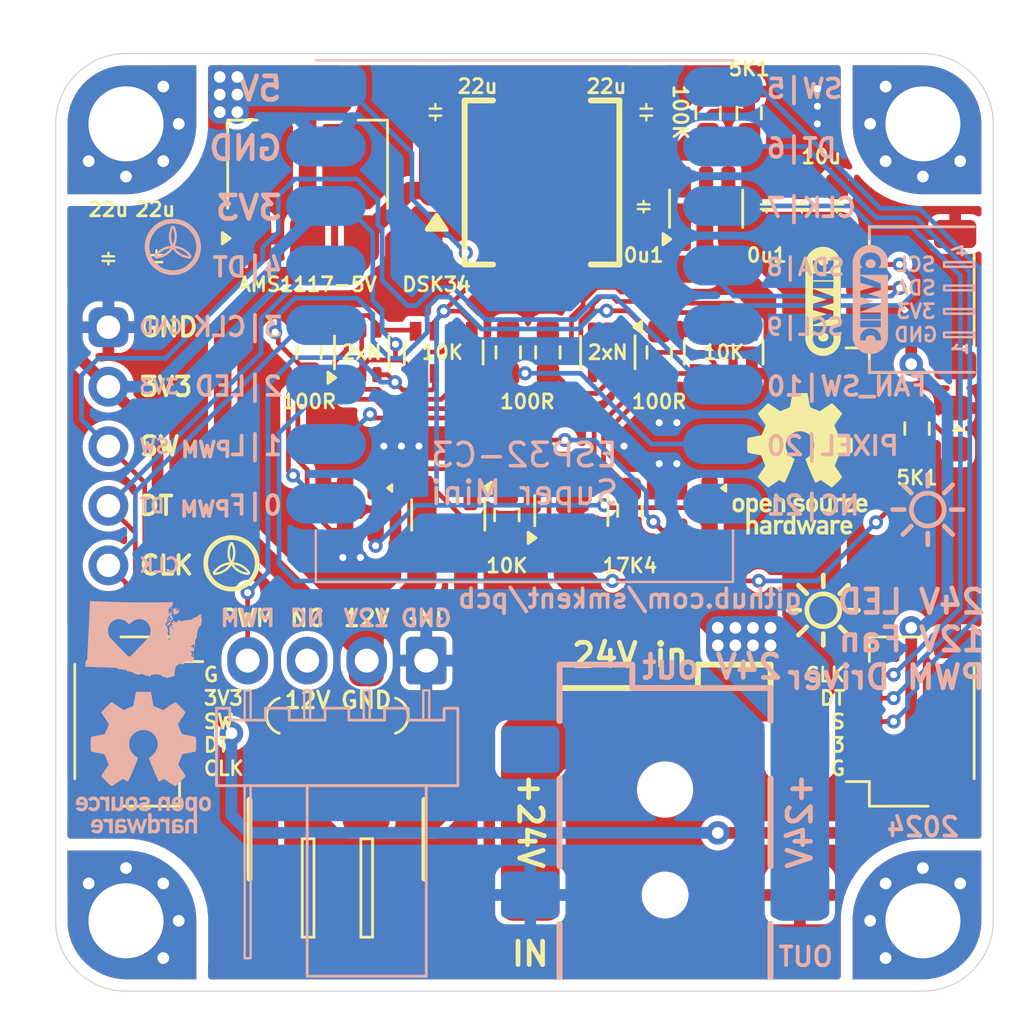
<source format=kicad_pcb>
(kicad_pcb (version 20240108) (generator "pcbnew") (generator_version "8.0")
  (layers (0 "F.Cu" signal) (31 "B.Cu" signal) (34 "B.Paste" user) (35 "F.Paste" user) (36 "B.SilkS" user "B.Silkscreen") (37 "F.SilkS" user "F.Silkscreen") (38 "B.Mask" user) (39 "F.Mask" user) (44 "Edge.Cuts" user))
  (net 0 "")
  (net 1 "+24V")
  (net 2 "GND")
  (net 4 "LIGHT_PWM")
  (net 5 "+5V")
  (net 7 "+3V3")
  (net 8 "LIGHT_OUT")
  (net 9 "/P_GATE_1")
  (net 10 "/P_GATE_2")
  (net 11 "/N_SRC_1")
  (net 12 "/N_SRC_2")
  (net 13 "LIGHT_BUTTON")
  (net 14 "LIGHT_DT")
  (net 15 "LIGHT_CLK")
  (net 16 "FAN_BUTTON")
  (net 17 "FAN_DT")
  (net 18 "FAN_CLK")
  (net 19 "Net-(LED1-A)")
  (net 20 "STATUS_LED")
  (net 21 "SCL")
  (net 22 "SDA")
  (net 23 "NEOPIXEL_DATA_5V")
  (net 24 "Net-(PIX1-DOUT)")
  (net 25 "NEOPIXEL_DATA_3V3")
  (net 26 "+12V")
  (net 28 "FAN_PWM_5V")
  (net 29 "FAN_PWM_3V3")
  (net 30 "Net-(U1-BOOT)")
  (net 32 "/SW_12V")
  (net 34 "Net-(Q1B-S)")
  (net 35 "Net-(Q1A-S)")
  (net 36 "Net-(Q2A-G)")
  (net 37 "/FB_12V")
  (net 38 "FAN_PWM_12V")
  (net 40 "Net-(Q2B-G)")
  (footprint "Package_TO_SOT_SMD:SOT-23" (layer "F.Cu") (at 102 69.5 90)
    (property "Reference" "Q3" (hide yes))
    (property "Value" "AO3401A")
  )
  (footprint "Package_TO_SOT_SMD:SOT-363_SC-70-6" (layer "F.Cu") (at 103.55625 62.75 -90)
    (property "Reference" "Q2" (hide yes))
    (property "Value" "2N7002DW")
  )
  (footprint "Resistor_SMD:R_Array_Convex_4x0603" (layer "F.Cu") (at 96.55625 62.75 90)
    (property "Reference" "RN2" (hide yes))
    (property "Value" "10K")
  )
  (footprint "custom:C_0603_1608Metric_Pad1.08x0.95mm_HandSolder" (layer "F.Cu") (at 105.086249 56.535 -90)
    (property "Reference" "C4" (hide yes))
    (property "Value" "0u1")
  )
  (footprint "Resistor_SMD:R_0603_1608Metric_Pad0.98x0.95mm_HandSolder" (layer "F.Cu") (at 107.836249 52.535 90)
    (property "Reference" "R1" (hide yes))
    (property "Value" "100K")
  )
  (footprint "custom:C_0603_1608Metric_Pad1.08x0.95mm_HandSolder" (layer "F.Cu") (at 82.25 58.75 90)
    (property "Reference" "C13" (hide yes))
    (property "Value" "22u")
  )
  (footprint "Package_TO_SOT_SMD:SOT-223-3_TabPin2" (layer "F.Cu") (at 90.75 54.75 90)
    (property "Reference" "U2" (hide yes))
    (property "Value" "AMS1117-5.0")
  )
  (footprint "mechanical:MountingHole_3.2mm_M3_Pad_Via_corner_compact" (layer "F.Cu") (at 83 53 -90)
    (property "Reference" "MH_NW" (hide yes))
    (property "Value" "MountingHole_3.2mm_M3_Pad_Via_corner_compact" (hide yes))
  )
  (footprint "custom:JST_SH_SM05B-SRSS-TB_1x05-1MP_P1.00mm_Horizontal" (layer "F.Cu") (at 83.5 78.5 -90)
    (property "Reference" "J3")
    (property "Value" "JST SH")
  )
  (footprint "custom:DC-IN_DC-050-2.0-BB_rev2" (layer "F.Cu") (at 106 83 180)
    (property "Reference" "J0" (hide yes))
    (property "Value" "Barrel_Jack_Switch")
  )
  (footprint "Symbol:OSHW-Logo_5.7x6mm_SilkScreen" (layer "F.Cu") (at 111.75 67.5)
    (property "Reference" "REF**" (hide yes))
    (property "Value" "OSHW-Logo_5.7x6mm_SilkScreen" (hide yes))
  )
  (footprint "custom:LED_0603_1608Metric_Pad1.05x0.95mm_HandSolder_simple" (layer "F.Cu") (at 118.5 66 -90)
    (property "Reference" "LED1" (hide yes))
    (property "Value" "LED_Small")
  )
  (footprint "custom:C_0603_1608Metric_Pad1.08x0.95mm_HandSolder" (layer "F.Cu") (at 113.336249 56.535 90)
    (property "Reference" "C1" (hide yes))
    (property "Value" "10u")
  )
  (footprint "custom:C_0603_1608Metric_Pad1.08x0.95mm_HandSolder" (layer "F.Cu") (at 111.836249 56.535 90)
    (property "Reference" "C2" (hide yes))
    (property "Value" "10u")
  )
  (footprint "custom:C_0805_2012Metric_Pad1.18x1.45mm_HandSolder" (layer "F.Cu") (at 105.25 52.5 90)
    (property "Reference" "C5" (hide yes))
    (property "Value" "22u")
  )
  (footprint "custom:D_SOD-123F_simple" (layer "F.Cu") (at 96.25 57.25 -90)
    (property "Reference" "D1" (hide yes))
    (property "Value" "DSK34W")
  )
  (footprint "Resistor_SMD:R_0603_1608Metric_Pad0.98x0.95mm_HandSolder" (layer "F.Cu") (at 101 62.75 90)
    (property "Reference" "R11" (hide yes))
    (property "Value" "100R")
  )
  (footprint "custom:Conn_Combo_JST-1x02-XH_PH-SMD-pad2gnd" (layer "F.Cu") (at 92 81.5)
    (property "Reference" "J4" (hide yes))
    (property "Value" "JST XH/PH")
  )
  (footprint "Resistor_SMD:R_0603_1608Metric_Pad0.98x0.95mm_HandSolder" (layer "F.Cu") (at 99.30625 62.75 -90)
    (property "Reference" "R6" (hide yes))
    (property "Value" "100R")
  )
  (footprint "Resistor_SMD:R_0603_1608Metric_Pad0.98x0.95mm_HandSolder" (layer "F.Cu") (at 116.75 66 -90)
    (property "Reference" "R0" (hide yes))
    (property "Value" "5K1")
  )
  (footprint "Package_TO_SOT_SMD:SOT-23-6" (layer "F.Cu") (at 107.751249 56.62 90)
    (property "Reference" "U1" (hide yes))
    (property "Value" "TPS54202DDCR")
  )
  (footprint "Resistor_SMD:R_0603_1608Metric_Pad0.98x0.95mm_HandSolder" (layer "F.Cu") (at 105.75 62.75 90)
    (property "Reference" "R7" (hide yes))
    (property "Value" "100R")
  )
  (footprint "Resistor_SMD:R_0603_1608Metric_Pad0.98x0.95mm_HandSolder" (layer "F.Cu") (at 99.25 69.6875 90)
    (property "Reference" "R14" (hide yes))
    (property "Value" "17K4")
  )
  (footprint "Resistor_SMD:R_0603_1608Metric_Pad0.98x0.95mm_HandSolder" (layer "F.Cu") (at 109.586249 52.535 -90)
    (property "Reference" "R2" (hide yes))
    (property "Value" "5K1")
  )
  (footprint "mechanical:MountingHole_3.2mm_M3_Pad_Via_corner_compact" (layer "F.Cu") (at 83 87)
    (property "Reference" "MH_SW" (hide yes))
    (property "Value" "MountingHole_3.2mm_M3_Pad_Via_corner_compact" (hide yes))
  )
  (footprint "mechanical:MountingHole_3.2mm_M3_Pad_Via_corner_compact" (layer "F.Cu") (at 117 87 90)
    (property "Reference" "MH_SE" (hide yes))
    (property "Value" "MountingHole_3.2mm_M3_Pad_Via_corner_compact" (hide yes))
  )
  (footprint "Resistor_SMD:R_0603_1608Metric_Pad0.98x0.95mm_HandSolder" (layer "F.Cu") (at 104.5 69.5 90)
    (property "Reference" "R12" (hide yes))
    (property "Value" "17K4")
  )
  (footprint "Resistor_SMD:R_Array_Convex_4x0603" (layer "F.Cu") (at 108.5 62.75 90)
    (property "Reference" "RN1" (hide yes))
    (property "Value" "10K")
  )
  (footprint "custom:JST_SH_SM05B-SRSS-TB_1x05-1MP_P1.00mm_Horizontal" (layer "F.Cu") (at 116.5 78.5 90)
    (property "Reference" "J2")
    (property "Value" "JST SH")
  )
  (footprint "Package_TO_SOT_SMD:SOT-363_SC-70-6" (layer "F.Cu") (at 93.05625 62.75 90)
    (property "Reference" "Q1" (hide yes))
    (property "Value" "2N7002DW")
  )
  (footprint "custom:C_0603_1608Metric_Pad1.08x0.95mm_HandSolder" (layer "F.Cu") (at 110.336249 56.535 90)
    (property "Reference" "C3" (hide yes))
    (property "Value" "0u1")
  )
  (footprint "Package_TO_SOT_SMD:SOT-23" (layer "F.Cu") (at 96.75 69.6875 -90)
    (property "Reference" "Q4" (hide yes))
    (property "Value" "AO3401A")
  )
  (footprint "Resistor_SMD:R_0603_1608Metric_Pad0.98x0.95mm_HandSolder" (layer "F.Cu") (at 90.80625 62.75 -90)
    (property "Reference" "R5" (hide yes))
    (property "Value" "100R")
  )
  (footprint "custom:C_0805_2012Metric_Pad1.18x1.45mm_HandSolder" (layer "F.Cu") (at 84.25 58.75 -90)
    (property "Reference" "C8" (hide yes))
    (property "Value" "22u")
  )
  (footprint "lcsc:LED-SMD_4P-L2.0-W2.0-BR-1" (layer "F.Cu") (at 93 69.4375 90)
    (property "Reference" "PIX1")
    (property "Value" "WS2812B-2020")
  )
  (footprint "custom:C_0805_2012Metric_Pad1.18x1.45mm_HandSolder" (layer "F.Cu") (at 96.25 52.5 90)
    (property "Reference" "C6" (hide yes))
    (property "Value" "22u")
  )
  (footprint "mechanical:MountingHole_3.2mm_M3_Pad_Via_corner_compact" (layer "F.Cu") (at 117 53 180)
    (property "Reference" "MH_NE" (hide yes))
    (property "Value" "MountingHole_3.2mm_M3_Pad_Via_corner_compact" (hide yes))
  )
  (footprint "lcsc:IND-SMD_L7.0-W6.6" (layer "F.Cu") (at 100.75 55.5 90)
    (property "Reference" "L1" (hide yes))
    (property "Value" "22u")
  )
  (footprint "connectors:Qwiic-SMD-horizontal-logo-bottom-pinout" (layer "F.Cu") (at 116.5 60.5 90)
    (property "Reference" "J5" (hide yes))
    (property "Value" "Qwiic")
  )
  (footprint "lcsc:LED-SMD_4P-L2.0-W2.0-BR-1" (layer "F.Cu") (at 107.25 69.4375 90)
    (property "Reference" "PIX2")
    (property "Value" "WS2812B-2020")
  )
  (footprint "custom:PinHeader_1x05_P2.54mm_Vertical_simple_pad1gnd" (layer "B.Cu") (at 82.25 61.675 180)
    (property "Reference" "J6" (hide yes))
    (property "Value" "Pin headers")
  )
  (footprint "aliexpress:ESP32-C3-Super-Mini-Castellated-SMD-only" (layer "B.Cu") (at 100 59.0435 180)
    (property "Reference" "SM1" (hide yes))
    (property "Value" "~")
  )
  (footprint "graphics:wa-state-heart-5mm" (layer "B.Cu") (at 83.75 75 180)
    (property "Reference" "G***" (hide yes))
    (property "Value" "LOGO" (hide yes))
  )
  (footprint "connectors:FanPinHeader_1x04_P2.54mm_Horizontal" (layer "B.Cu") (at 95.81 75.899 180)
    (property "Reference" "M1" (hide yes))
    (property "Value" "KF2510")
  )
  (footprint "Symbol:OSHW-Logo_5.7x6mm_SilkScreen" (layer "B.Cu") (at 83.75 80.25 180)
    (property "Reference" "REF**" (hide yes))
    (property "Value" "OSHW-Logo_5.7x6mm_SilkScreen" (hide yes))
  )
  (footprint "custom:DC-IN_DC-050-2.0-BB_rev2" (layer "B.Cu") (at 106 83)
    (property "Reference" "J1" (hide yes))
    (property "Value" "Barrel_Jack_Switch")
  )
  (gr_line (start 118.267766 70.517767) (end 117.914213 70.164213) (stroke (width 0.2)) (layer "B.SilkS"))
  (gr_arc (start 85.027389 57.399788) (mid 85.000001 58.250001) (end 84.27739 58.698825) (stroke (width 0.1)) (layer "B.SilkS"))
  (gr_arc (start 84.250001 58.651387) (mid 85 58.249999) (end 85.75 58.651386) (stroke (width 0.1)) (layer "B.SilkS"))
  (gr_line (start 117.207107 70.457107) (end 117.207107 70.957107) (stroke (width 0.2)) (layer "B.SilkS"))
  (gr_line (start 117.207107 67.957107) (end 117.207107 68.457107) (stroke (width 0.2)) (layer "B.SilkS"))
  (gr_circle (center 117.207107 69.457107) (end 116.507107 69.457107) (stroke (width 0.2)) (fill none) (layer "B.SilkS"))
  (gr_line (start 117.914214 68.749999) (end 118.267766 68.396447) (stroke (width 0.2)) (layer "B.SilkS"))
  (gr_line (start 118.707106 69.457107) (end 118.207107 69.457107) (stroke (width 0.2)) (layer "B.SilkS"))
  (gr_line (start 116.146447 70.517766) (end 116.5 70.164213) (stroke (width 0.2)) (layer "B.SilkS"))
  (gr_circle (center 85 58.25) (end 83.9 58.25) (stroke (width 0.2)) (fill none) (layer "B.SilkS"))
  (gr_line (start 116.207106 69.457107) (end 115.707107 69.457107) (stroke (width 0.2)) (layer "B.SilkS"))
  (gr_line (start 116.5 68.75) (end 116.146446 68.396447) (stroke (width 0.2)) (layer "B.SilkS"))
  (gr_arc (start 85.72261 58.698825) (mid 84.999999 58.25) (end 84.972612 57.399788) (stroke (width 0.1)) (layer "B.SilkS"))
  (gr_line (start 111.250001 73.75) (end 111.75 73.75) (stroke (width 0.2)) (layer "F.SilkS"))
  (gr_circle (center 87.5 71.75) (end 88.6 71.75) (stroke (width 0.2)) (fill none) (layer "F.SilkS"))
  (gr_circle (center 112.75 73.75) (end 113.45 73.75) (stroke (width 0.2)) (fill none) (layer "F.SilkS"))
  (gr_arc (start 86.75 72.151386) (mid 87.5 71.749999) (end 88.249999 72.151387) (stroke (width 0.1)) (layer "F.SilkS"))
  (gr_arc (start 89.540569 79) (mid 89 78.25) (end 89.540569 77.5) (stroke (width 0.12)) (layer "F.SilkS"))
  (gr_arc (start 87.527388 70.899788) (mid 87.5 71.749999) (end 86.77739 72.198825) (stroke (width 0.1)) (layer "F.SilkS"))
  (gr_arc (start 94.5 77.5) (mid 95.040569 78.25) (end 94.5 79) (stroke (width 0.12)) (layer "F.SilkS"))
  (gr_arc (start 88.22261 72.198825) (mid 87.5 71.75) (end 87.472611 70.899788) (stroke (width 0.1)) (layer "F.SilkS"))
  (gr_line (start 113.750001 73.75) (end 114.25 73.75) (stroke (width 0.2)) (layer "F.SilkS"))
  (gr_line (start 111.689341 74.81066) (end 112.042894 74.457106) (stroke (width 0.2)) (layer "F.SilkS"))
  (gr_line (start 112.042893 73.042892) (end 111.689341 72.68934) (stroke (width 0.2)) (layer "F.SilkS"))
  (gr_line (start 112.75 72.25) (end 112.75 72.75) (stroke (width 0.2)) (layer "F.SilkS"))
  (gr_line (start 113.81066 74.810659) (end 113.457107 74.457106) (stroke (width 0.2)) (layer "F.SilkS"))
  (gr_line (start 112.75 74.75) (end 112.75 75.25) (stroke (width 0.2)) (layer "F.SilkS"))
  (gr_line (start 113.457107 73.042893) (end 113.810661 72.68934) (stroke (width 0.2)) (layer "F.SilkS"))
  (gr_poly (pts (arc (start 117 90) (mid 119.12132 89.12132) (end 120 87)) (arc (start 120 53) (mid 119.12132 50.87868) (end 117 50)) (arc (start 83 50) (mid 80.87868 50.87868) (end 80 53)) (arc (start 80 87) (mid 80.87868 89.12132) (end 83 90))) (stroke (width 0.05)) (fill none) (layer "Edge.Cuts"))
  (gr_text "2|LED" (at 89.75 64.2 0) (layer "B.SilkS") (effects (font (size 0.8 0.8) (thickness 0.16) (bold yes)) (justify left mirror)))
  (gr_text "GND" (at 89.75 54.04 0) (layer "B.SilkS") (effects (font (size 1 1) (thickness 0.2) (bold yes)) (justify left mirror)))
  (gr_text "CLK|7" (at 110.25 56.58 0) (layer "B.SilkS") (effects (font (size 0.8 0.8) (thickness 0.16) (bold yes)) (justify right mirror)))
  (gr_text "24V out" (at 108 76.75 0) (layer "B.SilkS") (effects (font (size 1 1) (thickness 0.2) (bold yes)) (justify bottom mirror)))
  (gr_text "5V" (at 89.75 51.5 0) (layer "B.SilkS") (effects (font (size 1 1) (thickness 0.2) (bold yes)) (justify left mirror)))
  (gr_text "3|CLK" (at 89.75 61.66 0) (layer "B.SilkS") (effects (font (size 0.8 0.8) (thickness 0.16) (bold yes)) (justify left mirror)))
  (gr_text "SW" (at 83.5 66.755 0) (layer "B.SilkS") (effects (font (size 0.6 0.6) (thickness 0.12) (bold yes)) (justify right mirror)))
  (gr_text "24V LED\n12V Fan\nPWM Driver" (at 119.75 75 0) (layer "B.SilkS") (effects (font (size 1 1) (thickness 0.2) (bold yes)) (justify left mirror)))
  (gr_text "PWM" (at 88.19 74.5 0) (layer "B.SilkS") (effects (font (size 0.7 0.7) (thickness 0.14) (bold yes)) (justify bottom mirror)))
  (gr_text "4|DT" (at 89.75 59.12 0) (layer "B.SilkS") (effects (font (size 0.8 0.8) (thickness 0.16) (bold yes)) (justify left mirror)))
  (gr_text "SW|5" (at 110.25 51.5 0) (layer "B.SilkS") (effects (font (size 0.8 0.8) (thickness 0.16) (bold yes)) (justify right mirror)))
  (gr_text "PIXEL|20" (at 110.25 66.74 0) (layer "B.SilkS") (effects (font (size 0.8 0.8) (thickness 0.16) (bold yes)) (justify right mirror)))
  (gr_text "DT|6" (at 110.25 54.04 0) (layer "B.SilkS") (effects (font (size 0.8 0.8) (thickness 0.16) (bold yes)) (justify right mirror)))
  (gr_text "SCL|9" (at 110.25 61.66 0) (layer "B.SilkS") (effects (font (size 0.7 0.7) (thickness 0.14) (bold yes)) (justify right mirror)))
  (gr_text "1|L_{PWM}" (at 89.75 66.74 0) (layer "B.SilkS") (effects (font (size 0.8 0.8) (thickness 0.16) (bold yes)) (justify left mirror)))
  (gr_text "GND" (at 83.5 61.675 0) (layer "B.SilkS") (effects (font (size 0.6 0.6) (thickness 0.12) (bold yes)) (justify right mirror)))
  (gr_text "DT" (at 83.5 69.295 0) (layer "B.SilkS") (effects (font (size 0.6 0.6) (thickness 0.12) (bold yes)) (justify right mirror)))
  (gr_text "SDA|8" (at 110.25 59.12 0) (layer "B.SilkS") (effects (font (size 0.7 0.7) (thickness 0.14) (bold yes)) (justify right mirror)))
  (gr_text "0|F_{PWM}" (at 89.75 69.28 0) (layer "B.SilkS") (effects (font (size 0.8 0.8) (thickness 0.16) (bold yes)) (justify left mirror)))
  (gr_text "3V3" (at 83.5 64.215 0) (layer "B.SilkS") (effects (font (size 0.6 0.6) (thickness 0.12) (bold yes)) (justify right mirror)))
  (gr_text "12V" (at 93.27 74.5 0) (layer "B.SilkS") (effects (font (size 0.7 0.7) (thickness 0.14) (bold yes)) (justify bottom mirror)))
  (gr_text "OUT" (at 112 89 0) (layer "B.SilkS") (effects (font (size 0.8 0.8) (thickness 0.16) (bold yes)) (justify bottom mirror)))
  (gr_text "FAN_SW|10" (at 110.25 64.2 0) (layer "B.SilkS") (effects (font (size 0.8 0.8) (thickness 0.16) (bold yes)) (justify right mirror)))
  (gr_text "CLK" (at 83.5 71.835 0) (layer "B.SilkS") (effects (font (size 0.6 0.6) (thickness 0.12) (bold yes)) (justify right mirror)))
  (gr_text "NC" (at 90.73 74.5 0) (layer "B.SilkS") (effects (font (size 0.7 0.7) (thickness 0.14) (bold yes)) (justify bottom mirror)))
  (gr_text "GND" (at 95.81 74.5 0) (layer "B.SilkS") (effects (font (size 0.7 0.7) (thickness 0.14) (bold yes)) (justify bottom mirror)))
  (gr_text "2024" (at 117 83 0) (layer "B.SilkS") (effects (font (size 0.8 0.8) (thickness 0.16) (bold yes)) (justify mirror)))
  (gr_text "+24V" (at 111.75 82.75 90) (layer "B.SilkS") (effects (font (size 1 1) (thickness 0.2) (bold yes)) (justify mirror)))
  (gr_text "3V3" (at 89.75 56.58 0) (layer "B.SilkS") (effects (font (size 1 1) (thickness 0.2) (bold yes)) (justify left mirror)))
  (gr_text "github.com/smkent/pcb" (at 104.5 73.25 0) (layer "B.SilkS") (effects (font (size 0.8 0.8) (thickness 0.16) (bold yes)) (justify mirror)))
  (gr_text "NC|21" (at 110.25 69.28 0) (layer "B.SilkS") (effects (font (size 0.8 0.8) (thickness 0.16) (bold yes)) (justify right mirror)))
  (gr_text "PWM" (at 88.19 74.5 0) (layer "F.SilkS") (effects (font (size 0.7 0.7) (thickness 0.14) (bold yes)) (justify bottom)))
  (gr_text "3" (at 113.75 79.5 0) (layer "F.SilkS") (effects (font (size 0.6 0.6) (thickness 0.12) (bold yes)) (justify right)))
  (gr_text "3V3" (at 83.5 64.215 0) (layer "F.SilkS") (effects (font (size 0.8 0.8) (thickness 0.16) (bold yes)) (justify left)))
  (gr_text "GND" (at 95.81 74.5 0) (layer "F.SilkS") (effects (font (size 0.7 0.7) (thickness 0.14) (bold yes)) (justify bottom)))
  (gr_text "AMS1117-5V" (at 90.75 59.5 0) (layer "F.SilkS") (effects (font (size 0.6 0.6) (thickness 0.12) (bold yes)) (justify top)))
  (gr_text "10u" (at 112.663751 54.75 0) (layer "F.SilkS") (effects (font (size 0.6 0.6) (thickness 0.12) (bold yes)) (justify bottom)))
  (gr_text "0u1" (at 110.336249 58.25 0) (layer "F.SilkS") (effects (font (size 0.6 0.6) (thickness 0.12) (bold yes)) (justify top)))
  (gr_text "12V" (at 93.27 74.5 0) (layer "F.SilkS") (effects (font (size 0.7 0.7) (thickness 0.14) (bold yes)) (justify bottom)))
  (gr_text "GND" (at 83.5 61.675 0) (layer "F.SilkS") (effects (font (size 0.8 0.8) (thickness 0.16) (bold yes)) (justify left)))
  (gr_text "2xN" (at 93.05625 62.75 0) (layer "F.SilkS") (effects (font (size 0.6 0.6) (thickness 0.12) (bold yes))))
  (gr_text "100R" (at 90.80625 64.5 0) (layer "F.SilkS") (effects (font (size 0.6 0.6) (thickness 0.12) (bold yes)) (justify top)))
  (gr_text "G" (at 86.25 76.5 0) (layer "F.SilkS") (effects (font (size 0.6 0.6) (thickness 0.12) (bold yes)) (justify left)))
  (gr_text "CLK" (at 86.25 80.5 0) (layer "F.SilkS") (effects (font (size 0.6 0.6) (thickness 0.12) (bold yes)) (justify left)))
  (gr_text "SW" (at 83.5 66.755 0) (layer "F.SilkS") (effects (font (size 0.8 0.8) (thickness 0.16) (bold yes)) (justify left)))
  (gr_text "S" (at 113.75 78.5 0) (layer "F.SilkS") (effects (font (size 0.6 0.6) (thickness 0.12) (bold yes)) (justify right)))
  (gr_text "DSK34" (at 96.25 59.5 0) (layer "F.SilkS") (effects (font (size 0.6 0.6) (thickness 0.12) (bold yes)) (justify top)))
  (gr_text "10K" (at 99.25 71.5 0) (layer "F.SilkS") (effects (font (size 0.6 0.6) (thickness 0.12) (bold yes)) (justify top)))
  (gr_text "17K4" (at 104.5 71.5 0) (layer "F.SilkS") (effects (font (size 0.6 0.6) (thickness 0.12) (bold yes)) (justify top)))
  (gr_text "+24V" (at 100.25 82.75 -90) (layer "F.SilkS") (effects (font (size 1 1) (thickness 0.2) (bold yes))))
  (gr_text "100R" (at 105.75 64.5 0) (layer "F.SilkS") (effects (font (size 0.6 0.6) (thickness 0.12) (bold yes)) (justify top)))
  (gr_text "GND" (at 93.25 78 0) (layer "F.SilkS") (effects (font (size 0.7 0.7) (thickness 0.14) (bold yes)) (justify bottom)))
  (gr_text "24V in" (at 104.5 76.25 0) (layer "F.SilkS") (effects (font (size 1 1) (thickness 0.2) (bold yes)) (justify bottom)))
  (gr_text "100R" (at 100.125 64.5 0) (layer "F.SilkS") (effects (font (size 0.6 0.6) (thickness 0.12) (bold yes)) (justify top)))
  (gr_text "10K" (at 108.5 62.75 0) (layer "F.SilkS") (effects (font (size 0.6 0.6) (thickness 0.12) (bold yes))))
  (gr_text "DT" (at 113.75 77.5 0) (layer "F.SilkS") (effects (font (size 0.6 0.6) (thickness 0.12) (bold yes)) (justify right)))
  (gr_text "CLK" (at 83.5 71.835 0) (layer "F.SilkS") (effects (font (size 0.8 0.8) (thickness 0.16) (bold yes)) (justify left)))
  (gr_text "SW" (at 86.25 78.5 0) (layer "F.SilkS") (effects (font (size 0.6 0.6) (thickness 0.12) (bold yes)) (justify left)))
  (gr_text "22u" (at 98 51.75 0) (layer "F.SilkS") (effects (font (size 0.6 0.6) (thickness 0.12) (bold yes)) (justify bottom)))
  (gr_text "10K" (at 96.5 62.75 0) (layer "F.SilkS") (effects (font (size 0.6 0.6) (thickness 0.12) (bold yes))))
  (gr_text "3V3" (at 86.25 77.5 0) (layer "F.SilkS") (effects (font (size 0.6 0.6) (thickness 0.12) (bold yes)) (justify left)))
  (gr_text "CLK" (at 113.75 76.5 0) (layer "F.SilkS") (effects (font (size 0.6 0.6) (thickness 0.12) (bold yes)) (justify right)))
  (gr_text "G" (at 113.75 80.5 0) (layer "F.SilkS") (effects (font (size 0.6 0.6) (thickness 0.12) (bold yes)) (justify right)))
  (gr_text "100K" (at 107 52.5 -90) (layer "F.SilkS") (effects (font (size 0.6 0.6) (thickness 0.12) (bold yes)) (justify top)))
  (gr_text "0u1" (at 105.086249 58.25 0) (layer "F.SilkS") (effects (font (size 0.6 0.6) (thickness 0.12) (bold yes)) (justify top)))
  (gr_text "22u" (at 84.25 57 0) (layer "F.SilkS") (effects (font (size 0.6 0.6) (thickness 0.12) (bold yes)) (justify bottom)))
  (gr_text "IN" (at 100.25 89 0) (layer "F.SilkS") (effects (font (size 1 1) (thickness 0.2) (bold yes)) (justify bottom)))
  (gr_text "DT" (at 83.5 69.295 0) (layer "F.SilkS") (effects (font (size 0.8 0.8) (thickness 0.16) (bold yes)) (justify left)))
  (gr_text "12V" (at 90.75 78 0) (layer "F.SilkS") (effects (font (size 0.7 0.7) (thickness 0.14) (bold yes)) (justify bottom)))
  (gr_text "2xN" (at 103.55625 62.75 0) (layer "F.SilkS") (effects (font (size 0.6 0.6) (thickness 0.12) (bold yes))))
  (gr_text "5K1" (at 109.586249 51 0) (layer "F.SilkS") (effects (font (size 0.6 0.6) (thickness 0.12) (bold yes)) (justify bottom)))
  (gr_text "5K1" (at 116.75 67.75 0) (layer "F.SilkS") (effects (font (size 0.6 0.6) (thickness 0.12) (bold yes)) (justify top)))
  (gr_text "DT" (at 86.25 79.5 0) (layer "F.SilkS") (effects (font (size 0.6 0.6) (thickness 0.12) (bold yes)) (justify left)))
  (gr_text "NC" (at 90.73 74.5 0) (layer "F.SilkS") (effects (font (size 0.7 0.7) (thickness 0.14) (bold yes)) (justify bottom)))
  (gr_text "22u" (at 82.25 57 0) (layer "F.SilkS") (effects (font (size 0.6 0.6) (thickness 0.12) (bold yes)) (justify bottom)))
  (gr_text "22u" (at 103.5 51.75 0) (layer "F.SilkS") (effects (font (size 0.6 0.6) (thickness 0.12) (bold yes)) (justify bottom)))
  (segment (start 118.5 63.425) (end 118.375 63.3) (width 0.2) (layer "F.Cu") (net 2))
  (segment (start 109.408749 56.6) (end 110.336249 55.6725) (width 0.5) (layer "F.Cu") (net 2))
  (segment (start 106.801249 57.97) (end 106.801249 57.190001) (width 0.5) (layer "F.Cu") (net 2))
  (segment (start 118.5 65.125) (end 118.5 63.425) (width 0.2) (layer "F.Cu") (net 2))
  (segment (start 105.55336 56.509611) (end 105.552971 56.51) (width 0.2) (layer "F.Cu") (net 2))
  (segment (start 106.801249 57.190001) (end 107.39125 56.6) (width 0.5) (layer "F.Cu") (net 2))
  (segment (start 107.39125 56.6) (end 109.408749 56.6) (width 0.5) (layer "F.Cu") (net 2))
  (segment (start 105.552971 56.51) (end 103.76 56.51) (width 0.2) (layer "F.Cu") (net 2))
  (segment (start 106.801249 57.7575) (end 105.55336 56.509611) (width 0.2) (layer "F.Cu") (net 2))
  (via (at 94.75 66.75) (size 0.6) (drill 0.3) (layers "F.Cu" "B.Cu") (net 2))
  (via (at 112.5 53) (size 0.6) (drill 0.3) (layers "F.Cu" "B.Cu") (net 2))
  (via (at 104.25 66.75) (size 0.6) (drill 0.3) (layers "F.Cu" "B.Cu") (net 2))
  (via (at 92.25 71.5) (size 0.6) (drill 0.3) (layers "F.Cu" "B.Cu") (net 2))
  (via (at 112.5 51.5) (size 0.6) (drill 0.3) (layers "F.Cu" "B.Cu") (net 2))
  (via (at 93 71.5) (size 0.6) (drill 0.3) (layers "F.Cu" "B.Cu") (net 2))
  (via (at 95.5 66.75) (size 0.6) (drill 0.3) (layers "F.Cu" "B.Cu") (net 2))
  (via (at 105.75 67.5) (size 0.6) (drill 0.3) (layers "F.Cu" "B.Cu") (net 2))
  (via (at 112.5 52.25) (size 0.6) (drill 0.3) (layers "F.Cu" "B.Cu") (net 2))
  (via (at 106.5 65.75) (size 0.6) (drill 0.3) (layers "F.Cu" "B.Cu") (net 2))
  (via (at 105.75 65.75) (size 0.6) (drill 0.3) (layers "F.Cu" "B.Cu") (net 2))
  (via (at 94 66.75) (size 0.6) (drill 0.3) (layers "F.Cu" "B.Cu") (net 2))
  (via (at 106.5 67.5) (size 0.6) (drill 0.3) (layers "F.Cu" "B.Cu") (net 2))
  (segment (start 99.9625 62.875) (end 101 61.8375) (width 0.2) (layer "F.Cu") (net 4))
  (segment (start 93.57635 65.55) (end 97.10625 65.55) (width 0.2) (layer "F.Cu") (net 4))
  (segment (start 98.30625 63.403186) (end 98.834436 62.875) (width 0.2) (layer "F.Cu") (net 4))
  (segment (start 97.10625 65.55) (end 98.30625 64.35) (width 0.2) (layer "F.Cu") (net 4))
  (segment (start 98.834436 62.875) (end 99.9625 62.875) (width 0.2) (layer "F.Cu") (net 4))
  (segment (start 93.412615 65.386265) (end 93.57635 65.55) (width 0.2) (layer "F.Cu") (net 4))
  (segment (start 98.30625 64.35) (end 98.30625 63.403186) (width 0.2) (layer "F.Cu") (net 4))
  (via (at 93.412615 65.386265) (size 0.6) (drill 0.3) (layers "F.Cu" "B.Cu") (net 4))
  (segment (start 92.38 66.41888) (end 92.38 66.6635) (width 0.2) (layer "B.Cu") (net 4))
  (segment (start 93.412615 65.386265) (end 92.38 66.41888) (width 0.2) (layer "B.Cu") (net 4))
  (segment (start 84.25 56.88) (end 84.603924 56.88) (width 0.75) (layer "F.Cu") (net 5))
  (segment (start 84.603924 56.88) (end 86.88 54.603924) (width 0.75) (layer "F.Cu") (net 5))
  (segment (start 86.88 54.603924) (end 86.88 51.62) (width 0.75) (layer "F.Cu") (net 5))
  (segment (start 96.558213 60.99089) (end 97.29714 60.99089) (width 0.2) (layer "F.Cu") (net 5))
  (segment (start 96.45625 60.823033) (end 96.45625 60.888927) (width 0.2) (layer "F.Cu") (net 5))
  (segment (start 103.505198 69.375) (end 103.402416 69.272218) (width 0.2) (layer "F.Cu") (net 5))
  (segment (start 86.88 51.62) (end 87.5 51) (width 0.75) (layer "F.Cu") (net 5))
  (segment (start 96.15625 61.85) (end 96.15625 61.45) (width 0.2) (layer "F.Cu") (net 5))
  (segment (start 97.29714 60.99089) (end 97.75625 61.45) (width 0.2) (layer "F.Cu") (net 5))
  (segment (start 96.45625 61.15) (end 96.45625 60.823033) (width 0.2) (layer "F.Cu") (net 5))
  (segment (start 97.75625 61.45) (end 97.75625 61.85) (width 0.2) (layer "F.Cu") (net 5))
  (segment (start 96.45625 60.888927) (end 96.558213 60.99089) (width 0.2) (layer "F.Cu") (net 5))
  (segment (start 97.5 60.049103) (end 96.558213 60.99089) (width 0.2) (layer "F.Cu") (net 5))
  (segment (start 84.25 57.7125) (end 84.25 56.88) (width 0.75) (layer "F.Cu") (net 5))
  (segment (start 93.65 71) (end 93.65 70.3375) (width 0.2) (layer "F.Cu") (net 5))
  (segment (start 96.15625 61.45) (end 96.45625 61.15) (width 0.2) (layer "F.Cu") (net 5))
  (segment (start 90.75 57.9) (end 90.75 51.6) (width 0.75) (layer "F.Cu") (net 5))
  (segment (start 106.9375 69.375) (end 103.505198 69.375) (width 0.2) (layer "F.Cu") (net 5))
  (segment (start 97.5 58.5) (end 97.5 60.049103) (width 0.2) (layer "F.Cu") (net 5))
  (segment (start 107.9 70.3375) (end 106.9375 69.375) (width 0.2) (layer "F.Cu") (net 5))
  (via (at 87 52.5) (size 1) (drill 0.5) (layers "F.Cu" "B.Cu") (net 5))
  (via (at 87 51) (size 1) (drill 0.5) (layers "F.Cu" "B.Cu") (net 5))
  (via (at 93.65 71) (size 0.6) (drill 0.3) (layers "F.Cu" "B.Cu") (net 5))
  (via (at 96.558213 60.99089) (size 0.6) (drill 0.3) (layers "F.Cu" "B.Cu") (net 5))
  (via (at 103.402416 69.272218) (size 0.6) (drill 0.3) (layers "F.Cu" "B.Cu") (net 5))
  (via (at 87 51.75) (size 1) (drill 0.5) (layers "F.Cu" "B.Cu") (net 5))
  (via (at 87.75 51) (size 1) (drill 0.5) (layers "F.Cu" "B.Cu") (net 5))
  (via (at 87.75 51.75) (size 1) (drill 0.5) (layers "F.Cu" "B.Cu") (net 5))
  (via (at 97.5 58.5) (size 0.6) (drill 0.3) (layers "F.Cu" "B.Cu") (net 5))
  (via (at 87.75 52.5) (size 1) (drill 0.5) (layers "F.Cu" "B.Cu") (net 5))
  (segment (start 96.67369 69.272218) (end 103.402416 69.272218) (width 0.2) (layer "B.Cu") (net 5))
  (segment (start 96.358398 61.222239) (end 96.25 61.330637) (width 0.2) (layer "B.Cu") (net 5))
  (segment (start 96.67369 69.272218) (end 95.377782 69.272218) (width 0.2) (layer "B.Cu") (net 5))
  (segment (start 95.2 56.2) (end 95.2 54.2435) (width 0.2) (layer "B.Cu") (net 5))
  (segment (start 97.5 58.5) (end 95.2 56.2) (width 0.2) (layer "B.Cu") (net 5))
  (segment (start 96.25 61.330637) (end 96.25 69.272218) (width 0.2) (layer "B.Cu") (net 5))
  (segment (start 95.377782 69.272218) (end 93.65 71) (width 0.2) (layer "B.Cu") (net 5))
  (segment (start 95.2 54.2435) (end 92.38 51.4235) (width 0.2) (layer "B.Cu") (net 5))
  (segment (start 96.358398 61.190705) (end 96.358398 61.222239) (width 0.2) (layer "B.Cu") (net 5))
  (segment (start 96.25 69.272218) (end 96.67369 69.272218) (width 0.2) (layer "B.Cu") (net 5))
  (segment (start 96.558213 60.99089) (end 96.358398 61.190705) (width 0.2) (layer "B.Cu") (net 5))
  (segment (start 81.8875 59.6125) (end 82.25 59.6125) (width 0.5) (layer "F.Cu") (net 7))
  (segment (start 93.05625 63.7) (end 93.05625 61.8) (width 0.2) (layer "F.Cu") (net 7))
  (segment (start 94.78125 63.075) (end 93.356251 63.075) (width 0.2) (layer "F.Cu") (net 7))
  (segment (start 116.5 63.25) (end 116.5 61.75) (width 0.5) (layer "F.Cu") (net 7))
  (segment (start 94.5 63.075) (end 94.78125 63.075) (width 0.2) (layer "F.Cu") (net 7))
  (segment (start 93.05625 63.375001) (end 93.05625 63.7) (width 0.2) (layer "F.Cu") (net 7))
  (segment (start 80.75 60.75) (end 81.8875 59.6125) (width 0.5) (layer "F.Cu") (net 7))
  (segment (start 116.5 80) (end 116 79.5) (width 0.5) (layer "F.Cu") (net 7))
  (segment (start 84.35 76.022316) (end 84.35 66.315) (width 0.5) (layer "F.Cu") (net 7))
  (segment (start 95.35625 63.05) (end 95.671741 62.734509) (width 0.2) (layer "F.Cu") (net 7))
  (segment (start 108.25 83.25) (end 114.25 83.25) (width 0.5) (layer "F.Cu") (net 7))
  (segment (start 116 79.5) (end 116.5 79) (width 0.5) (layer "F.Cu") (net 7))
  (segment (start 94.5 62.4) (end 94.5 63.075) (width 0.2) (layer "F.Cu") (net 7))
  (segment (start 85.5 77.5) (end 84.725001 77.5) (width 0.5) (layer "F.Cu") (net 7))
  (segment (start 84.175 76.197316) (end 84.35 76.022316) (width 0.5) (layer "F.Cu") (net 7))
  (segment (start 116 79.5) (end 114.5 79.5) (width 0.5) (layer "F.Cu") (net 7))
  (segment (start 84.725001 77.5) (end 84.175 76.949999) (width 0.5) (layer "F.Cu") (net 7))
  (segment (start 93.356251 63.075) (end 93.05625 63.375001) (width 0.2) (layer "F.Cu") (net 7))
  (segment (start 84.175 76.949999) (end 84.175 76.197316) (width 0.5) (layer "F.Cu") (net 7))
  (segment (start 96.95625 62.258011) (end 96.95625 61.85) (width 0.2) (layer "F.Cu") (net 7))
  (segment (start 95.35625 63.65) (end 95.35625 63.05) (width 0.2) (layer "F.Cu") (net 7))
  (segment (start 116.5 81) (end 116.5 80) (width 0.5) (layer "F.Cu") (net 7))
  (segment (start 86.127684 77.5) (end 85.5 77.5) (width 0.5) (layer "F.Cu") (net 7))
  (segment (start 116.5 61.75) (end 115.75 61) (width 0.5) (layer "F.Cu") (net 7))
  (segment (start 87.5 78.872316) (end 86.127684 77.5) (width 0.5) (layer "F.Cu") (net 7))
  (segment (start 95.671741 62.734509) (end 96.479752 62.734509) (width 0.2) (layer "F.Cu") (net 7))
  (segment (start 115.75 61) (end 114.5 61) (width 0.5) (layer "F.Cu") (net 7))
  (segment (start 114.25 83.25) (end 116.5 81) (width 0.5) (layer "F.Cu") (net 7))
  (segment (start 84.35 66.315) (end 82.25 64.215) (width 0.5) (layer "F.Cu") (net 7))
  (segment (start 116.5 79) (end 116.5 74.5) (width 0.5) (layer "F.Cu") (net 7))
  (segment (start 80.75 62.715) (end 80.75 60.75) (width 0.5) (layer "F.Cu") (net 7))
  (segment (start 87.5 79) (end 87.5 78.872316) (width 0.5) (layer "F.Cu") (net 7))
  (segment (start 82.25 64.215) (end 80.75 62.715) (width 0.5) (layer "F.Cu") (net 7))
  (segment (start 96.479752 62.734509) (end 96.95625 62.258011) (width 0.2) (layer "F.Cu") (net 7))
  (segment (start 95.35625 63.65) (end 94.78125 63.075) (width 0.2) (layer "F.Cu") (net 7))
  (via (at 116.5 74.5) (size 1) (drill 0.5) (layers "F.Cu" "B.Cu") (net 7))
  (via (at 108.25 83.25) (size 1) (drill 0.5) (layers "F.Cu" "B.Cu") (net 7))
  (via (at 87.5 79) (size 1) (drill 0.5) (layers "F.Cu" "B.Cu") (net 7))
  (via (at 116.5 63.25) (size 1) (drill 0.5) (layers "F.Cu" "B.Cu") (net 7))
  (via (at 94.5 62.4) (size 0.6) (drill 0.3) (layers "F.Cu" "B.Cu") (net 7))
  (segment (start 93.93 60.941469) (end 93.53 60.541469) (width 0.2) (layer "B.Cu") (net 7))
  (segment (start 94.5 62.4) (end 93.93 61.83) (width 0.2) (layer "B.Cu") (net 7))
  (segment (start 93.53 60.541469) (end 93.53 57.6535) (width 0.2) (layer "B.Cu") (net 7))
  (segment (start 93.93 61.83) (end 93.93 60.941469) (width 0.2) (layer "B.Cu") (net 7))
  (segment (start 118.05 64.8) (end 116.5 63.25) (width 0.5) (layer "B.Cu") (net 7))
  (segment (start 89.38 58.505022) (end 91.381522 56.5035) (width 0.5) (layer "B.Cu") (net 7))
  (segment (start 93.53 57.6535) (end 92.38 56.5035) (width 0.2) (layer "B.Cu") (net 7))
  (segment (start 116.5 74.5) (end 116.972182 74.5) (width 0.5) (layer "B.Cu") (net 7))
  (segment (start 89.38 59.092182) (end 89.38 58.505022) (width 0.5) (layer "B.Cu") (net 7))
  (segment (start 116.972182 74.5) (end 118.05 73.422182) (width 0.5) (layer "B.Cu") (net 7))
  (segment (start 118.05 73.422182) (end 118.05 64.8) (width 0.5) (layer "B.Cu") (net 7))
  (segment (start 88.25 83.25) (end 108.25 83.25) (width 0.5) (layer "B.Cu") (net 7))
  (segment (start 87.5 82.5) (end 88.25 83.25) (width 0.5) (layer "B.Cu") (net 7))
  (segment (start 87.5 79) (end 87.5 82.5) (width 0.5) (layer "B.Cu") (net 7))
  (segment (start 82.25 64.215) (end 84.257182 64.215) (width 0.5) (layer "B.Cu") (net 7))
  (segment (start 91.381522 56.5035) (end 92.38 56.5035) (width 0.5) (layer "B.Cu") (net 7))
  (segment (start 84.257182 64.215) (end 89.38 59.092182) (width 0.5) (layer "B.Cu") (net 7))
  (via (at 109.75 74.5) (size 1) (drill 0.5) (layers "F.Cu" "B.Cu") (net 8))
  (via (at 108.25 75.25) (size 1) (drill 0.5) (layers "F.Cu" "B.Cu") (net 8))
  (via (at 110.5 75.25) (size 1) (drill 0.5) (layers "F.Cu" "B.Cu") (net 8))
  (via (at 110.5 74.5) (size 1) (drill 0.5) (layers "F.Cu" "B.Cu") (net 8))
  (via (at 109.75 75.25) (size 1) (drill 0.5) (layers "F.Cu" "B.Cu") (net 8))
  (via (at 108.25 74.5) (size 1) (drill 0.5) (layers "F.Cu" "B.Cu") (net 8))
  (via (at 109 74.5) (size 1) (drill 0.5) (layers "F.Cu" "B.Cu") (net 8))
  (via (at 109 75.25) (size 1) (drill 0.5) (layers "F.Cu" "B.Cu") (net 8))
  (segment (start 102.90625 61.8) (end 102.90625 62.12777) (width 0.2) (layer "F.Cu") (net 9))
  (segment (start 102.90625 62.12777) (end 103.631397 62.852917) (width 0.2) (layer "F.Cu") (net 9))
  (segment (start 101.05 70.4375) (end 101.05 67.6375) (width 0.2) (layer "F.Cu") (net 9))
  (segment (start 103.247483 67.489723) (end 103.274853 67.462353) (width 0.2) (layer "F.Cu") (net 9))
  (segment (start 104.5 68.5875) (end 103.374853 67.462353) (width 0.2) (layer "F.Cu") (net 9))
  (segment (start 101.05 67.6375) (end 101.197777 67.489723) (width 0.2) (layer "F.Cu") (net 9))
  (segment (start 103.631397 62.852917) (end 104.287231 62.852917) (width 0.2) (layer "F.Cu") (net 9))
  (segment (start 104.70625 63.271936) (end 104.70625 64.922705) (width 0.2) (layer "F.Cu") (net 9))
  (segment (start 103.374853 66.254102) (end 103.374853 67.462353) (width 0.2) (layer "F.Cu") (net 9))
  (segment (start 104.70625 64.922705) (end 103.374853 66.254102) (width 0.2) (layer "F.Cu") (net 9))
  (segment (start 104.287231 62.852917) (end 104.70625 63.271936) (width 0.2) (layer "F.Cu") (net 9))
  (segment (start 103.374853 67.462353) (end 103.274853 67.462353) (width 0.2) (layer "F.Cu") (net 9))
  (segment (start 101.197777 67.489723) (end 103.247483 67.489723) (width 0.2) (layer "F.Cu") (net 9))
  (segment (start 104.20625 63.7) (end 104.20625 64.857019) (width 0.2) (layer "F.Cu") (net 10))
  (segment (start 104.20625 64.857019) (end 102.974853 66.088416) (width 0.2) (layer "F.Cu") (net 10))
  (segment (start 102.910277 67.089723) (end 100.913463 67.089723) (width 0.2) (layer "F.Cu") (net 10))
  (segment (start 97.7 68.75) (end 99.225 68.75) (width 0.2) (layer "F.Cu") (net 10))
  (segment (start 100.913463 67.089723) (end 99.25 68.753186) (width 0.2) (layer "F.Cu") (net 10))
  (segment (start 99.25 68.753186) (end 99.25 68.775) (width 0.2) (layer "F.Cu") (net 10))
  (segment (start 99.225 68.75) (end 99.25 68.775) (width 0.2) (layer "F.Cu") (net 10))
  (segment (start 102.974853 66.088416) (end 102.974853 67.025147) (width 0.2) (layer "F.Cu") (net 10))
  (segment (start 102.974853 67.025147) (end 102.910277 67.089723) (width 0.2) (layer "F.Cu") (net 10))
  (segment (start 102.00625 62.359142) (end 102.90625 63.259142) (width 0.2) (layer "F.Cu") (net 11))
  (segment (start 105.375 60.65) (end 104.900001 60.175001) (width 0.2) (layer "F.Cu") (net 11))
  (segment (start 102.503179 60.560786) (end 102.503179 60.743929) (width 0.2) (layer "F.Cu") (net 11))
  (segment (start 103.088964 59.975001) (end 102.503179 60.560786) (width 0.2) (layer "F.Cu") (net 11))
  (segment (start 108.865686 60.65) (end 105.375 60.65) (width 0.2) (layer "F.Cu") (net 11))
  (segment (start 102.503179 60.743929) (end 102.00625 61.240858) (width 0.2) (layer "F.Cu") (net 11))
  (segment (start 103.917394 59.975001) (end 103.088964 59.975001) (width 0.2) (layer "F.Cu") (net 11))
  (segment (start 102.90625 63.259142) (end 102.90625 63.7) (width 0.2) (layer "F.Cu") (net 11))
  (segment (start 109.7 61.85) (end 109.7 61.484314) (width 0.2) (layer "F.Cu") (net 11))
  (segment (start 104.900001 60.175001) (end 104.117394 60.175001) (width 0.2) (layer "F.Cu") (net 11))
  (segment (start 109.7 61.484314) (end 108.865686 60.65) (width 0.2) (layer "F.Cu") (net 11))
  (segment (start 102.00625 61.240858) (end 102.00625 62.359142) (width 0.2) (layer "F.Cu") (net 11))
  (segment (start 104.117394 60.175001) (end 103.917394 59.975001) (width 0.2) (layer "F.Cu") (net 11))
  (segment (start 104.40625 62) (end 104.658277 62) (width 0.2) (layer "F.Cu") (net 12))
  (segment (start 105.408277 62.75) (end 107.65 62.75) (width 0.2) (layer "F.Cu") (net 12))
  (segment (start 104.658277 62) (end 105.408277 62.75) (width 0.2) (layer "F.Cu") (net 12))
  (segment (start 104.20625 61.8) (end 104.40625 62) (width 0.2) (layer "F.Cu") (net 12))
  (segment (start 107.65 62.75) (end 108.1 63.2) (width 0.2) (layer "F.Cu") (net 12))
  (segment (start 108.1 63.2) (end 108.1 63.65) (width 0.2) (layer "F.Cu") (net 12))
  (segment (start 115.75 78.5) (end 114.5 78.5) (width 0.2) (layer "F.Cu") (net 13))
  (via (at 115.75 78.5) (size 0.6) (drill 0.3) (layers "F.Cu" "B.Cu") (net 13))
  (segment (start 116.35 77.465686) (end 116.35 77.9) (width 0.2) (layer "B.Cu") (net 13))
  (segment (start 116.855 56.605) (end 119.4 59.15) (width 0.2) (layer "B.Cu") (net 13))
  (segment (start 119.4 59.15) (end 119.4 73.981372) (width 0.2) (layer "B.Cu") (net 13))
  (segment (start 115.182492 56.605) (end 116.855 56.605) (width 0.2) (layer "B.Cu") (net 13))
  (segment (start 107.62 51.4235) (end 110.000992 51.4235) (width 0.2) (layer "B.Cu") (net 13))
  (segment (start 116.75 77.065686) (end 116.35 77.465686) (width 0.2) (layer "B.Cu") (net 13))
  (segment (start 116.75 76.631372) (end 116.75 77.065686) (width 0.2) (layer "B.Cu") (net 13))
  (segment (start 116.35 77.9) (end 115.75 78.5) (width 0.2) (layer "B.Cu") (net 13))
  (segment (start 110.000992 51.4235) (end 115.182492 56.605) (width 0.2) (layer "B.Cu") (net 13))
  (segment (start 119.4 73.981372) (end 116.75 76.631372) (width 0.2) (layer "B.Cu") (net 13))
  (segment (start 115.75 77.5) (end 114.5 77.5) (width 0.2) (layer "F.Cu") (net 14))
  (via (at 115.75 77.5) (size 0.6) (drill 0.3) (layers "F.Cu" "B.Cu") (net 14))
  (segment (start 107.62 53.9635) (end 111.975306 53.9635) (width 0.2) (layer "B.Cu") (net 14))
  (segment (start 119 73.815686) (end 116.35 76.465686) (width 0.2) (layer "B.Cu") (net 14))
  (segment (start 116.35 76.9) (end 115.75 77.5) (width 0.2) (layer "B.Cu") (net 14))
  (segment (start 115.016806 57.005) (end 116.689314 57.005) (width 0.2) (layer "B.Cu") (net 14))
  (segment (start 116.689314 57.005) (end 119 59.315686) (width 0.2) (layer "B.Cu") (net 14))
  (segment (start 111.975306 53.9635) (end 115.016806 57.005) (width 0.2) (layer "B.Cu") (net 14))
  (segment (start 116.35 76.465686) (end 116.35 76.9) (width 0.2) (layer "B.Cu") (net 14))
  (segment (start 119 59.315686) (end 119 73.815686) (width 0.2) (layer "B.Cu") (net 14))
  (segment (start 114.5 76.5) (end 115.75 76.5) (width 0.2) (layer "F.Cu") (net 15))
  (via (at 115.75 76.5) (size 0.6) (drill 0.3) (layers "F.Cu" "B.Cu") (net 15))
  (segment (start 113.94962 56.5035) (end 107.62 56.5035) (width 0.2) (layer "B.Cu") (net 15))
  (segment (start 114.85112 57.405) (end 113.94962 56.5035) (width 0.2) (layer "B.Cu") (net 15))
  (segment (start 115.75 76.5) (end 118.6 73.65) (width 0.2) (layer "B.Cu") (net 15))
  (segment (start 118.6 73.65) (end 118.6 59.481372) (width 0.2) (layer "B.Cu") (net 15))
  (segment (start 118.6 59.481372) (end 116.523628 57.405) (width 0.2) (layer "B.Cu") (net 15))
  (segment (start 116.523628 57.405) (end 114.85112 57.405) (width 0.2) (layer "B.Cu") (net 15))
  (segment (start 85.5 78.5) (end 84.725001 78.5) (width 0.2) (layer "F.Cu") (net 16))
  (segment (start 84.725001 78.5) (end 83.625 77.399999) (width 0.2) (layer "F.Cu") (net 16))
  (segment (start 83.625 77.399999) (end 83.625 75.969498) (width 0.2) (layer "F.Cu") (net 16))
  (segment (start 83.8 68.305) (end 82.25 66.755) (width 0.2) (layer "F.Cu") (net 16))
  (segment (start 83.625 75.969498) (end 83.8 75.794499) (width 0.2) (layer "F.Cu") (net 16))
  (segment (start 83.8 75.794499) (end 83.8 68.305) (width 0.2) (layer "F.Cu") (net 16))
  (segment (start 96.972428 59.99089) (end 98.331538 61.35) (width 0.2) (layer "B.Cu") (net 16))
  (segment (start 103.124999 60.375001) (end 103.871501 60.375001) (width 0.2) (layer "B.Cu") (net 16))
  (segment (start 89.5 56.057154) (end 90.203654 55.3535) (width 0.2) (layer "B.Cu") (net 16))
  (segment (start 88.83 58.277204) (end 89.5 57.607204) (width 0.2) (layer "B.Cu") (net 16))
  (segment (start 92.856346 55.3535) (end 93.75 56.247154) (width 0.2) (layer "B.Cu") (net 16))
  (segment (start 81.1 65.605) (end 81.1 63.725) (width 0.2) (layer "B.Cu") (net 16))
  (segment (start 81.1 63.725) (end 81.825 63) (width 0.2) (layer "B.Cu") (net 16))
  (segment (start 81.825 63) (end 84.694364 63) (width 0.2) (layer "B.Cu") (net 16))
  (segment (start 103.871501 60.375001) (end 107.62 64.1235) (width 0.2) (layer "B.Cu") (net 16))
  (segment (start 82.25 66.755) (end 81.1 65.605) (width 0.2) (layer "B.Cu") (net 16))
  (segment (start 93.93 59.68) (end 95 60.75) (width 0.2) (layer "B.Cu") (net 16))
  (segment (start 93.93 57.487815) (end 93.93 59.68) (width 0.2) (layer "B.Cu") (net 16))
  (segment (start 98.331538 61.35) (end 102.15 61.35) (width 0.2) (layer "B.Cu") (net 16))
  (segment (start 88.83 58.864364) (end 88.83 58.277204) (width 0.2) (layer "B.Cu") (net 16))
  (segment (start 93.75 57.307815) (end 93.93 57.487815) (width 0.2) (layer "B.Cu") (net 16))
  (segment (start 96.143998 59.99089) (end 96.972428 59.99089) (width 0.2) (layer "B.Cu") (net 16))
  (segment (start 84.694364 63) (end 88.83 58.864364) (width 0.2) (layer "B.Cu") (net 16))
  (segment (start 102.15 61.35) (end 103.124999 60.375001) (width 0.2) (layer "B.Cu") (net 16))
  (segment (start 90.203654 55.3535) (end 92.856346 55.3535) (width 0.2) (layer "B.Cu") (net 16))
  (segment (start 95.384888 60.75) (end 96.143998 59.99089) (width 0.2) (layer "B.Cu") (net 16))
  (segment (start 93.75 56.247154) (end 93.75 57.307815) (width 0.2) (layer "B.Cu") (net 16))
  (segment (start 95 60.75) (end 95.384888 60.75) (width 0.2) (layer "B.Cu") (net 16))
  (segment (start 89.5 57.607204) (end 89.5 56.057154) (width 0.2) (layer "B.Cu") (net 16))
  (segment (start 85.5 79.5) (end 85 79.5) (width 0.2) (layer "F.Cu") (net 17))
  (segment (start 83.225001 77.725001) (end 83.225001 75.803811) (width 0.2) (layer "F.Cu") (net 17))
  (segment (start 83.225001 75.803811) (end 83.4 75.628813) (width 0.2) (layer "F.Cu") (net 17))
  (segment (start 83.4 70.445) (end 82.25 69.295) (width 0.2) (layer "F.Cu") (net 17))
  (segment (start 85 79.5) (end 83.225001 77.725001) (width 0.2) (layer "F.Cu") (net 17))
  (segment (start 83.4 75.628813) (end 83.4 70.445) (width 0.2) (layer "F.Cu") (net 17))
  (segment (start 88.764091 61.307377) (end 91.027968 59.0435) (width 0.2) (layer "B.Cu") (net 17))
  (segment (start 91.027968 59.0435) (end 92.38 59.0435) (width 0.2) (layer "B.Cu") (net 17))
  (segment (start 88.764091 62.780909) (end 88.764091 61.307377) (width 0.2) (layer "B.Cu") (net 17))
  (segment (start 82.25 69.295) (end 88.764091 62.780909) (width 0.2) (layer "B.Cu") (net 17))
  (segment (start 82.825001 77.890687) (end 82.825 75.969496) (width 0.2) (layer "F.Cu") (net 18))
  (segment (start 85.5 80.5) (end 85.084448 80.5) (width 0.2) (layer "F.Cu") (net 18))
  (segment (start 85.084448 80.5) (end 84.425 79.840552) (width 0.2) (layer "F.Cu") (net 18))
  (segment (start 82.825 75.638127) (end 83 75.463127) (width 0.2) (layer "F.Cu") (net 18))
  (segment (start 83 72.585) (end 82.25 71.835) (width 0.2) (layer "F.Cu") (net 18))
  (segment (start 84.425 79.840552) (end 84.425 79.490686) (width 0.2) (layer "F.Cu") (net 18))
  (segment (start 83 75.463127) (end 83 72.585) (width 0.2) (layer "F.Cu") (net 18))
  (segment (start 82.825 75.969496) (end 82.825 75.638127) (width 0.2) (layer "F.Cu") (net 18))
  (segment (start 84.425 79.490686) (end 82.825001 77.890687) (width 0.2) (layer "F.Cu") (net 18))
  (segment (start 83.4 68.710686) (end 90.527186 61.5835) (width 0.2) (layer "B.Cu") (net 18))
  (segment (start 82.25 71.835) (end 83.4 70.685) (width 0.2) (layer "B.Cu") (net 18))
  (segment (start 83.4 70.685) (end 83.4 68.710686) (width 0.2) (layer "B.Cu") (net 18))
  (segment (start 90.527186 61.5835) (end 92.38 61.5835) (width 0.2) (layer "B.Cu") (net 18))
  (segment (start 118.5 66.8375) (end 116.75 65.0875) (width 0.2) (layer "F.Cu") (net 19))
  (segment (start 118.5 66.875) (end 118.5 66.8375) (width 0.2) (layer "F.Cu") (net 19))
  (segment (start 103.75 72.5) (end 110 72.5) (width 0.2) (layer "F.Cu") (net 20))
  (segment (start 115 70) (end 116.75 68.25) (width 0.2) (layer "F.Cu") (net 20))
  (segment (start 116.75 68.25) (end 116.75 66.9125) (width 0.2) (layer "F.Cu") (net 20))
  (via (at 115 70) (size 0.6) (drill 0.3) (layers "F.Cu" "B.Cu") (net 20))
  (via (at 103.75 72.5) (size 0.6) (drill 0.3) (layers "F.Cu" "B.Cu") (net 20))
  (via (at 110 72.5) (size 0.6) (drill 0.3) (layers "F.Cu" "B.Cu") (net 20))
  (segment (start 89.53 66.187154) (end 91.593654 64.1235) (width 0.2) (layer "B.Cu") (net 20))
  (segment (start 103.75 72.5) (end 90.25 72.5) (width 0.2) (layer "B.Cu") (net 20))
  (segment (start 89.53 71.78) (end 89.53 66.187154) (width 0.2) (layer "B.Cu") (net 20))
  (segment (start 112.5 72.5) (end 110 72.5) (width 0.2) (layer "B.Cu") (net 20))
  (segment (start 91.593654 64.1235) (end 92.38 64.1235) (width 0.2) (layer "B.Cu") (net 20))
  (segment (start 115 70) (end 112.5 72.5) (width 0.2) (layer "B.Cu") (net 20))
  (segment (start 90.25 72.5) (end 89.53 71.78) (width 0.2) (layer "B.Cu") (net 20))
  (segment (start 116 59) (end 114.5 59) (width 0.2) (layer "F.Cu") (net 21))
  (via (at 116 59) (size 0.6) (drill 0.3) (layers "F.Cu" "B.Cu") (net 21))
  (segment (start 116.6 60.248529) (end 116.6 59.6) (width 0.2) (layer "B.Cu") (net 21))
  (segment (start 116.6 59.6) (end 116 59) (width 0.2) (layer "B.Cu") (net 21))
  (segment (start 116.098529 60.75) (end 116.6 60.248529) (width 0.2) (layer "B.Cu") (net 21))
  (segment (start 108.4535 60.75) (end 116.098529 60.75) (width 0.2) (layer "B.Cu") (net 21))
  (segment (start 107.62 61.5835) (end 108.4535 60.75) (width 0.2) (layer "B.Cu") (net 21))
  (segment (start 116 60) (end 114.5 60) (width 0.2) (layer "F.Cu") (net 22))
  (via (at 116 60) (size 0.6) (drill 0.3) (layers "F.Cu" "B.Cu") (net 22))
  (segment (start 115.65 60.35) (end 116 60) (width 0.2) (layer "B.Cu") (net 22))
  (segment (start 107.62 59.0435) (end 108.9265 60.35) (width 0.2) (layer "B.Cu") (net 22))
  (segment (start 108.9265 60.35) (end 115.65 60.35) (width 0.2) (layer "B.Cu") (net 22))
  (segment (start 90.73 67.751471) (end 90.33 67.351471) (width 0.2) (layer "F.Cu") (net 23))
  (segment (start 90.73 69.328416) (end 90.73 67.751471) (width 0.2) (layer "F.Cu") (net 23))
  (segment (start 92.35 70.3375) (end 91.739084 70.3375) (width 0.2) (layer "F.Cu") (net 23))
  (segment (start 92.40625 62.65) (end 91.90625 63.15) (width 0.2) (layer "F.Cu") (net 23))
  (segment (start 97.75625 63.65) (end 97.75625 64.25) (width 0.2) (layer "F.Cu") (net 23))
  (segment (start 92.40625 62.65) (end 92.40625 61.8) (width 0.2) (layer "F.Cu") (net 23))
  (segment (start 92.30625 64.75) (end 91.90625 64.35) (width 0.2) (layer "F.Cu") (net 23))
  (segment (start 90.33 64.704436) (end 90.584436 64.45) (width 0.2) (layer "F.Cu") (net 23))
  (segment (start 94.024879 65.15) (end 93.624879 64.75) (width 0.2) (layer "F.Cu") (net 23))
  (segment (start 93.624879 64.75) (end 92.30625 64.75) (width 0.2) (layer "F.Cu") (net 23))
  (segment (start 90.33 67.351471) (end 90.33 64.704436) (width 0.2) (layer "F.Cu") (net 23))
  (segment (start 96.85625 65.15) (end 94.024879 65.15) (width 0.2) (layer "F.Cu") (net 23))
  (segment (start 91.80625 64.45) (end 91.90625 64.35) (width 0.2) (layer "F.Cu") (net 23))
  (segment (start 90.584436 64.45) (end 91.80625 64.45) (width 0.2) (layer "F.Cu") (net 23))
  (segment (start 91.90625 63.15) (end 91.90625 64.35) (width 0.2) (layer "F.Cu") (net 23))
  (segment (start 91.739084 70.3375) (end 90.73 69.328416) (width 0.2) (layer "F.Cu") (net 23))
  (segment (start 97.75625 64.25) (end 96.85625 65.15) (width 0.2) (layer "F.Cu") (net 23))
  (segment (start 105.5 69.975) (end 105.8625 70.3375) (width 0.2) (layer "F.Cu") (net 24))
  (segment (start 94.475 67.7125) (end 93.65 68.5375) (width 0.2) (layer "F.Cu") (net 24))
  (segment (start 100.947777 66.489723) (end 99.725 67.7125) (width 0.2) (layer "F.Cu") (net 24))
  (segment (start 101.725017 66.489723) (end 100.947777 66.489723) (width 0.2) (layer "F.Cu") (net 24))
  (segment (start 105.8625 70.3375) (end 106.6 70.3375) (width 0.2) (layer "F.Cu") (net 24))
  (segment (start 99.725 67.7125) (end 94.475 67.7125) (width 0.2) (layer "F.Cu") (net 24))
  (via (at 105.5 69.975) (size 0.6) (drill 0.3) (layers "F.Cu" "B.Cu") (net 24))
  (via (at 101.725017 66.489723) (size 0.6) (drill 0.3) (layers "F.Cu" "B.Cu") (net 24))
  (segment (start 102.989723 66.489723) (end 101.725017 66.489723) (width 0.2) (layer "B.Cu") (net 24))
  (segment (start 105.2 69.675) (end 105.2 68.7) (width 0.2) (layer "B.Cu") (net 24))
  (segment (start 105.2 68.7) (end 102.989723 66.489723) (width 0.2) (layer "B.Cu") (net 24))
  (segment (start 105.5 69.975) (end 105.2 69.675) (width 0.2) (layer "B.Cu") (net 24))
  (segment (start 100.025 63.641036) (end 99.327714 63.641036) (width 0.2) (layer "F.Cu") (net 25))
  (segment (start 99.327714 63.641036) (end 99.30625 63.6625) (width 0.2) (layer "F.Cu") (net 25))
  (via (at 100.025 63.641036) (size 0.6) (drill 0.3) (layers "F.Cu" "B.Cu") (net 25))
  (segment (start 102.391036 63.641036) (end 100.025 63.641036) (width 0.2) (layer "B.Cu") (net 25))
  (segment (start 105.4135 66.6635) (end 102.391036 63.641036) (width 0.2) (layer "B.Cu") (net 25))
  (segment (start 107.62 66.6635) (end 105.4135 66.6635) (width 0.2) (layer "B.Cu") (net 25))
  (segment (start 87.125 61.568504) (end 89.218504 59.475) (width 0.75) (layer "F.Cu") (net 26))
  (segment (start 104.586249 53.8225) (end 105.967499 53.8225) (width 0.2) (layer "F.Cu") (net 26))
  (segment (start 95.1 55.85) (end 93.05 57.9) (width 0.75) (layer "F.Cu") (net 26))
  (segment (start 93.05 58.9) (end 93.05 57.9) (width 0.75) (layer "F.Cu") (net 26))
  (segment (start 98.171948 70.6) (end 99.25 70.6) (width 0.2) (layer "F.Cu") (net 26))
  (segment (start 93.27 75.77) (end 87.125 69.625) (width 0.75) (layer "F.Cu") (net 26))
  (segment (start 93.27 75.899) (end 93.27 75.77) (width 0.75) (layer "F.Cu") (net 26))
  (segment (start 96.25 55.85) (end 95.1 55.85) (width 0.75) (layer "F.Cu") (net 26))
  (segment (start 96.321948 68.75) (end 98.171948 70.6) (width 0.2) (layer "F.Cu") (net 26))
  (segment (start 92.475 59.475) (end 93.05 58.9) (width 0.75) (layer "F.Cu") (net 26))
  (segment (start 107.836249 51.95375) (end 107.836249 51.6225) (width 0.2) (layer "F.Cu") (net 26))
  (segment (start 105.967499 53.8225) (end 107.836249 51.95375) (width 0.2) (layer "F.Cu") (net 26))
  (segment (start 87.125 69.625) (end 87.125 61.568504) (width 0.75) (layer "F.Cu") (net 26))
  (segment (start 89.218504 59.475) (end 92.475 59.475) (width 0.75) (layer "F.Cu") (net 26))
  (segment (start 95.8 68.75) (end 96.321948 68.75) (width 0.2) (layer "F.Cu") (net 26))
  (segment (start 94.15625 63.7) (end 93.70625 63.7) (width 0.2) (layer "F.Cu") (net 28))
  (segment (start 94.80625 64.35) (end 94.15625 63.7) (width 0.2) (layer "F.Cu") (net 28))
  (segment (start 96.05625 64.35) (end 94.80625 64.35) (width 0.2) (layer "F.Cu") (net 28))
  (segment (start 96.15625 63.65) (end 96.15625 64.25) (width 0.2) (layer "F.Cu") (net 28))
  (segment (start 96.15625 64.25) (end 96.05625 64.35) (width 0.2) (layer "F.Cu") (net 28))
  (segment (start 88.19 73) (end 88.19 75.899) (width 0.2) (layer "F.Cu") (net 28))
  (via (at 88.19 73) (size 0.6) (drill 0.3) (layers "F.Cu" "B.Cu") (net 28))
  (via (at 94.478125 64.021875) (size 0.6) (drill 0.3) (layers "F.Cu" "B.Cu") (net 28))
  (segment (start 93.53 63.647154) (end 93.53 63.676875) (width 0.2) (layer "B.Cu") (net 28))
  (segment (start 89.058208 72.131792) (end 89.058208 64.118946) (width 0.2) (layer "B.Cu") (net 28))
  (segment (start 93.53 63.676875) (end 93.875 64.021875) (width 0.2) (layer "B.Cu") (net 28))
  (segment (start 90.203654 62.9735) (end 92.856346 62.9735) (width 0.2) (layer "B.Cu") (net 28))
  (segment (start 89.058208 64.118946) (end 90.203654 62.9735) (width 0.2) (layer "B.Cu") (net 28))
  (segment (start 88.19 73) (end 89.058208 72.131792) (width 0.2) (layer "B.Cu") (net 28))
  (segment (start 92.856346 62.9735) (end 93.53 63.647154) (width 0.2) (layer "B.Cu") (net 28))
  (segment (start 93.875 64.021875) (end 94.478125 64.021875) (width 0.2) (layer "B.Cu") (net 28))
  (segment (start 105.275 61.8375) (end 105.75 61.8375) (width 0.2) (layer "F.Cu") (net 29))
  (segment (start 89.93 64.53875) (end 89.93 67.8) (width 0.2) (layer "F.Cu") (net 29))
  (segment (start 89.93 67.8) (end 90.13 68) (width 0.2) (layer "F.Cu") (net 29))
  (segment (start 89.5 62.35625) (end 90.80625 63.6625) (width 0.2) (layer "F.Cu") (net 29))
  (segment (start 89.5 62.020879) (end 89.5 62.35625) (width 0.2) (layer "F.Cu") (net 29))
  (segment (start 89.364091 61.88497) (end 89.5 62.020879) (width 0.2) (layer "F.Cu") (net 29))
  (segment (start 90.80625 63.6625) (end 89.93 64.53875) (width 0.2) (layer "F.Cu") (net 29))
  (segment (start 104.412501 60.975001) (end 105.275 61.8375) (width 0.2) (layer "F.Cu") (net 29))
  (segment (start 103.503179 60.975001) (end 104.412501 60.975001) (width 0.2) (layer "F.Cu") (net 29))
  (via (at 90.13 68) (size 0.6) (drill 0.3) (layers "F.Cu" "B.Cu") (net 29))
  (via (at 89.364091 61.88497) (size 0.6) (drill 0.3) (layers "F.Cu" "B.Cu") (net 29))
  (via (at 103.503179 60.975001) (size 0.6) (drill 0.3) (layers "F.Cu" "B.Cu") (net 29))
  (segment (start 92.38 69.2035) (end 91.3335 69.2035) (width 0.2) (layer "B.Cu") (net 29))
  (segment (start 95.85 61.898529) (end 95.85 60.850574) (width 0.2) (layer "B.Cu") (net 29))
  (segment (start 93.53 61.107154) (end 93.53 62.278529) (width 0.2) (layer "B.Cu") (net 29))
  (segment (start 91.3335 69.2035) (end 90.13 68) (width 0.2) (layer "B.Cu") (net 29))
  (segment (start 103.090685 60.975001) (end 103.503179 60.975001) (width 0.2) (layer "B.Cu") (net 29))
  (segment (start 93.53 62.278529) (end 94.251471 63) (width 0.2) (layer "B.Cu") (net 29))
  (segment (start 96.806742 60.39089) (end 98.165852 61.75) (width 0.2) (layer "B.Cu") (net 29))
  (segment (start 89.53 61.719061) (end 89.53 61.107154) (width 0.2) (layer "B.Cu") (net 29))
  (segment (start 90.203654 60.4335) (end 92.856346 60.4335) (width 0.2) (layer "B.Cu") (net 29))
  (segment (start 102.315686 61.75) (end 103.090685 60.975001) (width 0.2) (layer "B.Cu") (net 29))
  (segment (start 96.309684 60.39089) (end 96.806742 60.39089) (width 0.2) (layer "B.Cu") (net 29))
  (segment (start 89.364091 61.88497) (end 89.53 61.719061) (width 0.2) (layer "B.Cu") (net 29))
  (segment (start 92.856346 60.4335) (end 93.53 61.107154) (width 0.2) (layer "B.Cu") (net 29))
  (segment (start 95.85 60.850574) (end 96.309684 60.39089) (width 0.2) (layer "B.Cu") (net 29))
  (segment (start 89.53 61.107154) (end 90.203654 60.4335) (width 0.2) (layer "B.Cu") (net 29))
  (segment (start 94.251471 63) (end 94.748529 63) (width 0.2) (layer "B.Cu") (net 29))
  (segment (start 98.165852 61.75) (end 102.315686 61.75) (width 0.2) (layer "B.Cu") (net 29))
  (segment (start 94.748529 63) (end 95.85 61.898529) (width 0.2) (layer "B.Cu") (net 29))
  (segment (start 105.086249 55.6725) (end 105.698749 55.6725) (width 0.5) (layer "F.Cu") (net 30))
  (segment (start 106.101249 55.27) (end 106.801249 55.27) (width 0.5) (layer "F.Cu") (net 30))
  (segment (start 105.698749 55.6725) (end 106.101249 55.27) (width 0.5) (layer "F.Cu") (net 30))
  (segment (start 96.95625 63.2) (end 97.20625 62.95) (width 0.2) (layer "F.Cu") (net 34))
  (segment (start 96.45625 64.75) (end 96.95625 64.25) (width 0.2) (layer "F.Cu") (net 34))
  (segment (start 93.765564 64.325) (end 92.787794 64.325) (width 0.2) (layer "F.Cu") (net 34))
  (segment (start 92.40625 63.943456) (end 92.40625 63.7) (width 0.2) (layer "F.Cu") (net 34))
  (segment (start 97.20625 62.95) (end 98.19375 62.95) (width 0.2) (layer "F.Cu") (net 34))
  (segment (start 96.95625 64.25) (end 96.95625 63.65) (width 0.2) (layer "F.Cu") (net 34))
  (segment (start 92.787794 64.325) (end 92.40625 63.943456) (width 0.2) (layer "F.Cu") (net 34))
  (segment (start 98.19375 62.95) (end 99.30625 61.8375) (width 0.2) (layer "F.Cu") (net 34))
  (segment (start 96.45625 64.75) (end 94.190564 64.75) (width 0.2) (layer "F.Cu") (net 34))
  (segment (start 96.95625 63.65) (end 96.95625 63.2) (width 0.2) (layer "F.Cu") (net 34))
  (segment (start 94.190564 64.75) (end 93.765564 64.325) (width 0.2) (layer "F.Cu") (net 34))
  (segment (start 93.70625 61.556544) (end 93.70625 61.8) (width 0.2) (layer "F.Cu") (net 35))
  (segment (start 91.46875 61.175) (end 93.324706 61.175) (width 0.2) (layer "F.Cu") (net 35))
  (segment (start 95.30625 61.8) (end 95.35625 61.85) (width 0.2) (layer "F.Cu") (net 35))
  (segment (start 93.70625 61.8) (end 95.30625 61.8) (width 0.2) (layer "F.Cu") (net 35))
  (segment (start 93.324706 61.175) (end 93.70625 61.556544) (width 0.2) (layer "F.Cu") (net 35))
  (segment (start 90.80625 61.8375) (end 91.46875 61.175) (width 0.2) (layer "F.Cu") (net 35))
  (segment (start 103.751708 60.375001) (end 103.951708 60.575001) (width 0.2) (layer "F.Cu") (net 36))
  (segment (start 108.7 61.05) (end 108.9 61.25) (width 0.2) (layer "F.Cu") (net 36))
  (segment (start 105.209314 61.05) (end 108.7 61.05) (width 0.2) (layer "F.Cu") (net 36))
  (segment (start 102.903179 60.726472) (end 103.25465 60.375001) (width 0.2) (layer "F.Cu") (net 36))
  (segment (start 103.25465 60.375001) (end 103.751708 60.375001) (width 0.2) (layer "F.Cu") (net 36))
  (segment (start 102.40625 61.406544) (end 102.903179 60.909615) (width 0.2) (layer "F.Cu") (net 36))
  (segment (start 102.14375 64.5) (end 101.30625 63.6625) (width 0.2) (layer "F.Cu") (net 36))
  (segment (start 103.951708 60.575001) (end 104.734315 60.575001) (width 0.2) (layer "F.Cu") (net 36))
  (segment (start 103.55625 63.7) (end 103.55625 63.343456) (width 0.2) (layer "F.Cu") (net 36))
  (segment (start 104.734315 60.575001) (end 105.209314 61.05) (width 0.2) (layer "F.Cu") (net 36))
  (segment (start 103.081249 64.5) (end 102.14375 64.5) (width 0.2) (layer "F.Cu") (net 36))
  (segment (start 103.55625 63.7) (end 103.55625 64.024999) (width 0.2) (layer "F.Cu") (net 36))
  (segment (start 102.40625 62.193456) (end 102.40625 61.406544) (width 0.2) (layer "F.Cu") (net 36))
  (segment (start 102.903179 60.909615) (end 102.903179 60.726472) (width 0.2) (layer "F.Cu") (net 36))
  (segment (start 108.9 61.25) (end 108.9 61.85) (width 0.2) (layer "F.Cu") (net 36))
  (segment (start 103.55625 64.024999) (end 103.081249 64.5) (width 0.2) (layer "F.Cu") (net 36))
  (segment (start 103.55625 63.343456) (end 102.40625 62.193456) (width 0.2) (layer "F.Cu") (net 36))
  (segment (start 108.701249 55.27) (end 108.701249 54.3125) (width 0.2) (layer "F.Cu") (net 37))
  (segment (start 108.701249 55.27) (end 108.701249 54.3325) (width 0.2) (layer "F.Cu") (net 37))
  (segment (start 108.701249 54.3325) (end 109.586249 53.4475) (width 0.2) (layer "F.Cu") (net 37))
  (segment (start 108.701249 54.3125) (end 107.836249 53.4475) (width 0.2) (layer "F.Cu") (net 37))
  (segment (start 103.55625 61.8) (end 103.55625 62.124999) (width 0.2) (layer "F.Cu") (net 40))
  (segment (start 103.856251 62.425) (end 104.5125 62.425) (width 0.2) (layer "F.Cu") (net 40))
  (segment (start 103.55625 62.124999) (end 103.856251 62.425) (width 0.2) (layer "F.Cu") (net 40))
  (segment (start 105.7625 63.65) (end 105.75 63.6625) (width 0.2) (layer "F.Cu") (net 40))
  (segment (start 107.3 63.65) (end 105.7625 63.65) (width 0.2) (layer "F.Cu") (net 40))
  (segment (start 104.5125 62.425) (end 105.75 63.6625) (width 0.2) (layer "F.Cu") (net 40))
  (zone (net 5) (net_name "+5V") (layer "F.Cu") (priority 2) (connect_pads yes (clearance 0)) (min_thickness 0.25) (fill yes (thermal_gap 0.5) (thermal_bridge_width 0.5) (smoothing fillet) (radius 0.5))
    (polygon (pts (xy 92.5 50.5) (xy 92.5 52.75) (xy 85.75 52.75) (xy 85.75 50.5)))
  )
  (zone (net 38) (net_name "FAN_PWM_12V") (layer "F.Cu") (priority 3) (connect_pads yes (clearance 0)) (min_thickness 0.25) (fill yes (thermal_gap 0.5) (thermal_bridge_width 0.5) (smoothing fillet) (radius 0.5))
    (polygon (pts (xy 96.25 69.75) (xy 97.25 69.75) (xy 98 70.5) (xy 98 84) (xy 97 85) (xy 90.75 85) (xy 89.75 84) (xy 89.75 78.25) (xy 91.75 78.25) (xy 91.75 82.75) (xy 92.5 83.5) (xy 96.25 83.5) (xy 97 82.75) (xy 97 72) (xy 96.25 71.25)))
  )
  (zone (net 8) (net_name "LIGHT_OUT") (layer "F.Cu") (priority 2) (connect_pads yes (clearance 0)) (min_thickness 0.25) (fill yes (thermal_gap 0.5) (thermal_bridge_width 0.5) (smoothing fillet) (radius 0.5))
    (polygon (pts (xy 101.25 67.75) (xy 102.75 67.75) (xy 102.75 72) (xy 103.5 72.75) (xy 111 72.75) (xy 111 76) (xy 107.75 76) (xy 107.75 74.75) (xy 107 74) (xy 102.75 74) (xy 101.25 72.5)))
  )
  (zone (net 1) (net_name "+24V") (layer "F.Cu") (priority 2) (connect_pads yes (clearance 0)) (min_thickness 0.25) (fill yes (thermal_gap 0.5) (thermal_bridge_width 0.5) (smoothing fillet) (radius 0.5))
    (polygon (pts (xy 99 87) (xy 101.5 87) (xy 101.5 80.75) (xy 103.75 78.5) (xy 112 78.5) (xy 113.5 77) (xy 113.5 58.5) (xy 114 58) (xy 114 56.75) (xy 108.25 56.75) (xy 108.25 58.5) (xy 109.25 58.5) (xy 111 60.25) (xy 111 70.75) (xy 106 70.75) (xy 105 69.75) (xy 105 69.75) (xy 104 69.75) (xy 103.25 69.75) (xy 102.75 69.75) (xy 102.75 71.5) (xy 103.5 72.25) (xy 111 72.25) (xy 111 76) (xy 101.75 76) (xy 99 78.75)))
  )
  (zone (net 32) (net_name "/SW_12V") (layer "F.Cu") (priority 1) (connect_pads yes (clearance 0)) (min_thickness 0.25) (fill yes (thermal_gap 0.5) (thermal_bridge_width 0.5) (smoothing fillet) (radius 0.25))
    (polygon (pts (xy 104.25 57.285) (xy 104.5 57) (xy 105.5 57) (xy 106.336249 57.785) (xy 106.336249 58.535) (xy 107.336249 58.535) (xy 107.336249 57.035) (xy 108.086249 57.035) (xy 108.086249 59.785) (xy 99.25 59.75) (xy 99.25 57.285)))
  )
  (zone (net 26) (net_name "+12V") (layer "F.Cu") (priority 2) (connect_pads yes (clearance 0)) (min_thickness 0.25) (fill yes (thermal_gap 0.5) (thermal_bridge_width 0.5) (smoothing fillet) (radius 0.5))
    (polygon (pts (xy 106 53) (xy 104.5 53) (xy 102.75 51.25) (xy 99 51.25) (xy 97.25 53) (xy 95.5 53) (xy 95.5 53.75) (xy 95.5 56.5) (xy 97 56.5) (xy 97 55.5) (xy 99 53.5) (xy 102.25 53.5) (xy 103 54.25) (xy 106 54.25)))
  )
  (zone (net 26) (net_name "+12V") (layer "F.Cu") (priority 3) (connect_pads yes (clearance 0)) (min_thickness 0.25) (fill yes (thermal_gap 0.5) (thermal_bridge_width 0.5) (smoothing fillet) (radius 0.5))
    (polygon (pts (xy 92.5 77) (xy 94 77) (xy 94 75) (xy 96.25 72.75) (xy 96.25 68) (xy 95 68) (xy 95 72.5) (xy 92.5 75)))
  )
  (zone (net 2) (net_name "GND") (layers "F&B.Cu") (connect_pads (clearance 0.25)) (min_thickness 0.25) (fill yes (thermal_gap 0.25) (thermal_bridge_width 0.5))
    (polygon (pts (xy 79 49) (xy 121 49) (xy 121 91) (xy 79 91)))
  )
  (zone (net 8) (net_name "LIGHT_OUT") (layer "B.Cu") (priority 2) (connect_pads yes (clearance 0)) (min_thickness 0.25) (fill yes (thermal_gap 0.5) (thermal_bridge_width 0.5) (smoothing fillet) (radius 0.5))
    (polygon (pts (xy 110.5 87) (xy 113 87) (xy 113 76) (xy 111 74) (xy 107.75 74) (xy 107.75 75.75) (xy 110.5 78.5)))
  )
  (zone (net 5) (net_name "+5V") (layer "B.Cu") (priority 2) (connect_pads yes (clearance 0)) (min_thickness 0.25) (fill yes (thermal_gap 0.5) (thermal_bridge_width 0.5) (smoothing fillet) (radius 0.5))
    (polygon (pts (xy 93.25 50.5) (xy 93.25 52.25) (xy 86 52.25) (xy 86 50.5)))
  )
)
</source>
